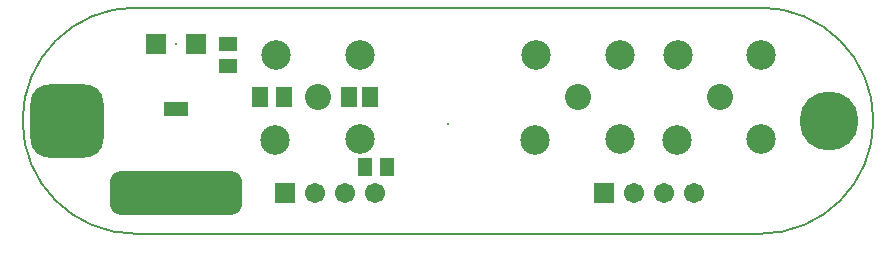
<source format=gbs>
G04*
G04 #@! TF.GenerationSoftware,Altium Limited,Altium Designer,19.0.10 (269)*
G04*
G04 Layer_Color=16711935*
%FSLAX44Y44*%
%MOMM*%
G71*
G01*
G75*
%ADD11C,0.2000*%
%ADD12C,5.0000*%
G04:AMPARAMS|DCode=13|XSize=6.2032mm|YSize=6.2032mm|CornerRadius=1.6016mm|HoleSize=0mm|Usage=FLASHONLY|Rotation=0.000|XOffset=0mm|YOffset=0mm|HoleType=Round|Shape=RoundedRectangle|*
%AMROUNDEDRECTD13*
21,1,6.2032,3.0000,0,0,0.0*
21,1,3.0000,6.2032,0,0,0.0*
1,1,3.2032,1.5000,-1.5000*
1,1,3.2032,-1.5000,-1.5000*
1,1,3.2032,-1.5000,1.5000*
1,1,3.2032,1.5000,1.5000*
%
%ADD13ROUNDEDRECTD13*%
G04:AMPARAMS|DCode=14|XSize=11.2032mm|YSize=3.7032mm|CornerRadius=0.9766mm|HoleSize=0mm|Usage=FLASHONLY|Rotation=180.000|XOffset=0mm|YOffset=0mm|HoleType=Round|Shape=RoundedRectangle|*
%AMROUNDEDRECTD14*
21,1,11.2032,1.7500,0,0,180.0*
21,1,9.2500,3.7032,0,0,180.0*
1,1,1.9532,-4.6250,0.8750*
1,1,1.9532,4.6250,0.8750*
1,1,1.9532,4.6250,-0.8750*
1,1,1.9532,-4.6250,-0.8750*
%
%ADD14ROUNDEDRECTD14*%
G04:AMPARAMS|DCode=15|XSize=0.2032mm|YSize=0.2032mm|CornerRadius=0mm|HoleSize=0mm|Usage=FLASHONLY|Rotation=180.000|XOffset=0mm|YOffset=0mm|HoleType=Round|Shape=RoundedRectangle|*
%AMROUNDEDRECTD15*
21,1,0.2032,0.2032,0,0,180.0*
21,1,0.2032,0.2032,0,0,180.0*
1,1,0.0000,-0.1016,0.1016*
1,1,0.0000,0.1016,0.1016*
1,1,0.0000,0.1016,-0.1016*
1,1,0.0000,-0.1016,-0.1016*
%
%ADD15ROUNDEDRECTD15*%
%ADD16C,1.7032*%
%ADD17R,1.7032X1.7032*%
%ADD18C,2.5032*%
%ADD19C,2.2032*%
%ADD20R,2.0032X1.2532*%
%ADD21R,0.2032X0.2032*%
%ADD35R,1.6032X1.2532*%
%ADD36R,1.2532X1.6032*%
%ADD37R,1.3532X1.6532*%
%ADD38R,1.4532X1.7032*%
%ADD39R,1.8032X1.8032*%
D11*
X-264450Y95750D02*
G03*
X-264450Y-95750I0J-95750D01*
G01*
X264450D02*
G03*
X264450Y95750I0J95750D01*
G01*
X-264450Y-95750D02*
X264450D01*
X-264450Y95750D02*
X264450D01*
D12*
X322650Y0D02*
D03*
D13*
X-322650D02*
D03*
D14*
X-230000Y-61000D02*
D03*
D15*
Y65000D02*
D03*
D16*
X-112700Y-61450D02*
D03*
X-87300D02*
D03*
X-61900D02*
D03*
X208100D02*
D03*
X182700D02*
D03*
X157300D02*
D03*
D17*
X-138100D02*
D03*
X131900D02*
D03*
D18*
X-145355Y55355D02*
D03*
X-74645Y-15355D02*
D03*
X-146062Y-16062D02*
D03*
X-74645Y55355D02*
D03*
X74645D02*
D03*
X145355Y-15355D02*
D03*
X73938Y-16062D02*
D03*
X145355Y55355D02*
D03*
X194645D02*
D03*
X265355Y-15355D02*
D03*
X193938Y-16062D02*
D03*
X265355Y55355D02*
D03*
D19*
X-110000Y20000D02*
D03*
X110000D02*
D03*
X230000D02*
D03*
D20*
X-230000Y10000D02*
D03*
D21*
X0Y-2750D02*
D03*
D35*
X-186000Y65000D02*
D03*
Y46000D02*
D03*
D36*
X-51500Y-39000D02*
D03*
X-70500D02*
D03*
D37*
X-65645Y20000D02*
D03*
X-83645D02*
D03*
D38*
X-138500Y20000D02*
D03*
X-159500D02*
D03*
D39*
X-213000Y65000D02*
D03*
X-247000D02*
D03*
M02*

</source>
